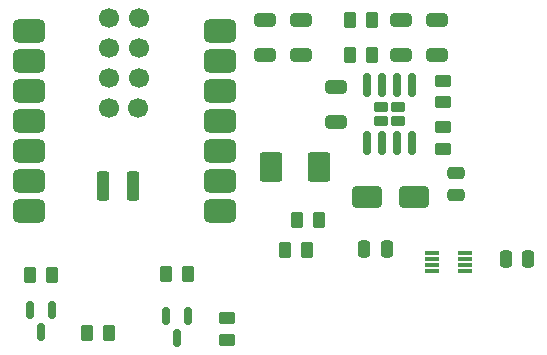
<source format=gtp>
%TF.GenerationSoftware,KiCad,Pcbnew,9.0.5*%
%TF.CreationDate,2025-11-20T08:48:28+01:00*%
%TF.ProjectId,acw02_zb-v1.1,61637730-325f-47a6-922d-76312e312e6b,rev?*%
%TF.SameCoordinates,Original*%
%TF.FileFunction,Paste,Top*%
%TF.FilePolarity,Positive*%
%FSLAX46Y46*%
G04 Gerber Fmt 4.6, Leading zero omitted, Abs format (unit mm)*
G04 Created by KiCad (PCBNEW 9.0.5) date 2025-11-20 08:48:28*
%MOMM*%
%LPD*%
G01*
G04 APERTURE LIST*
G04 Aperture macros list*
%AMRoundRect*
0 Rectangle with rounded corners*
0 $1 Rounding radius*
0 $2 $3 $4 $5 $6 $7 $8 $9 X,Y pos of 4 corners*
0 Add a 4 corners polygon primitive as box body*
4,1,4,$2,$3,$4,$5,$6,$7,$8,$9,$2,$3,0*
0 Add four circle primitives for the rounded corners*
1,1,$1+$1,$2,$3*
1,1,$1+$1,$4,$5*
1,1,$1+$1,$6,$7*
1,1,$1+$1,$8,$9*
0 Add four rect primitives between the rounded corners*
20,1,$1+$1,$2,$3,$4,$5,0*
20,1,$1+$1,$4,$5,$6,$7,0*
20,1,$1+$1,$6,$7,$8,$9,0*
20,1,$1+$1,$8,$9,$2,$3,0*%
G04 Aperture macros list end*
%ADD10RoundRect,0.250000X-1.000000X-0.650000X1.000000X-0.650000X1.000000X0.650000X-1.000000X0.650000X0*%
%ADD11RoundRect,0.500000X-0.875000X-0.500000X0.875000X-0.500000X0.875000X0.500000X-0.875000X0.500000X0*%
%ADD12RoundRect,0.275000X-0.275000X0.975000X-0.275000X-0.975000X0.275000X-0.975000X0.275000X0.975000X0*%
%ADD13C,1.700000*%
%ADD14RoundRect,0.250000X0.262500X0.450000X-0.262500X0.450000X-0.262500X-0.450000X0.262500X-0.450000X0*%
%ADD15RoundRect,0.250000X0.475000X-0.250000X0.475000X0.250000X-0.475000X0.250000X-0.475000X-0.250000X0*%
%ADD16RoundRect,0.250000X0.250000X0.475000X-0.250000X0.475000X-0.250000X-0.475000X0.250000X-0.475000X0*%
%ADD17RoundRect,0.250000X-0.650000X0.325000X-0.650000X-0.325000X0.650000X-0.325000X0.650000X0.325000X0*%
%ADD18RoundRect,0.250000X0.700000X1.000000X-0.700000X1.000000X-0.700000X-1.000000X0.700000X-1.000000X0*%
%ADD19RoundRect,0.150000X-0.150000X0.587500X-0.150000X-0.587500X0.150000X-0.587500X0.150000X0.587500X0*%
%ADD20RoundRect,0.250000X0.650000X-0.325000X0.650000X0.325000X-0.650000X0.325000X-0.650000X-0.325000X0*%
%ADD21RoundRect,0.230000X0.375000X-0.230000X0.375000X0.230000X-0.375000X0.230000X-0.375000X-0.230000X0*%
%ADD22RoundRect,0.150000X0.150000X-0.825000X0.150000X0.825000X-0.150000X0.825000X-0.150000X-0.825000X0*%
%ADD23RoundRect,0.250000X-0.450000X0.262500X-0.450000X-0.262500X0.450000X-0.262500X0.450000X0.262500X0*%
%ADD24RoundRect,0.250000X0.450000X-0.262500X0.450000X0.262500X-0.450000X0.262500X-0.450000X-0.262500X0*%
%ADD25RoundRect,0.250000X-0.262500X-0.450000X0.262500X-0.450000X0.262500X0.450000X-0.262500X0.450000X0*%
%ADD26RoundRect,0.087500X-0.537500X-0.087500X0.537500X-0.087500X0.537500X0.087500X-0.537500X0.087500X0*%
G04 APERTURE END LIST*
D10*
%TO.C,D1*%
X122600000Y-84000000D03*
X126600000Y-84000000D03*
%TD*%
D11*
%TO.C,U1*%
X94000000Y-69920000D03*
X94000000Y-72460000D03*
X94000000Y-75000000D03*
X94000000Y-77540000D03*
X94000000Y-80080000D03*
X94000000Y-82620000D03*
X94000000Y-85160000D03*
X110165000Y-85160000D03*
X110165000Y-82620000D03*
X110165000Y-80080000D03*
X110165000Y-77540000D03*
X110165000Y-75000000D03*
X110165000Y-72460000D03*
X110165000Y-69920000D03*
D12*
X100273600Y-83071700D03*
X102813600Y-83071700D03*
D13*
X100781600Y-68898500D03*
X103321600Y-68898500D03*
X100781600Y-71438500D03*
X103321600Y-71438500D03*
X100781600Y-73978500D03*
X103321600Y-73978500D03*
X100781600Y-76518500D03*
X103229000Y-76461700D03*
%TD*%
D14*
%TO.C,R10*%
X100712500Y-95500000D03*
X98887500Y-95500000D03*
%TD*%
%TO.C,R1*%
X123000000Y-72000000D03*
X121175000Y-72000000D03*
%TD*%
D15*
%TO.C,C6*%
X130100000Y-83850000D03*
X130100000Y-81950000D03*
%TD*%
D16*
%TO.C,C1*%
X124250000Y-88400000D03*
X122350000Y-88400000D03*
%TD*%
D17*
%TO.C,C5*%
X120000000Y-74725000D03*
X120000000Y-77675000D03*
%TD*%
D18*
%TO.C,L1*%
X118550000Y-81500000D03*
X114450000Y-81500000D03*
%TD*%
D19*
%TO.C,Q1*%
X95950000Y-93562500D03*
X94050000Y-93562500D03*
X95000000Y-95437500D03*
%TD*%
D14*
%TO.C,R5*%
X117500000Y-88500000D03*
X115675000Y-88500000D03*
%TD*%
D20*
%TO.C,C3*%
X125500000Y-71950000D03*
X125500000Y-69000000D03*
%TD*%
D14*
%TO.C,R9*%
X95912500Y-90600000D03*
X94087500Y-90600000D03*
%TD*%
D21*
%TO.C,U3*%
X123750000Y-77570000D03*
X125250000Y-77570000D03*
X123750000Y-76430000D03*
X125250000Y-76430000D03*
D22*
X122595000Y-79475000D03*
X123865000Y-79475000D03*
X125135000Y-79475000D03*
X126405000Y-79475000D03*
X126405000Y-74525000D03*
X125135000Y-74525000D03*
X123865000Y-74525000D03*
X122595000Y-74525000D03*
%TD*%
D20*
%TO.C,C2*%
X128500000Y-71950000D03*
X128500000Y-69000000D03*
%TD*%
D16*
%TO.C,C4*%
X136250000Y-89300000D03*
X134350000Y-89300000D03*
%TD*%
D23*
%TO.C,R4*%
X129000000Y-74175000D03*
X129000000Y-76000000D03*
%TD*%
D24*
%TO.C,R8*%
X110700000Y-96112500D03*
X110700000Y-94287500D03*
%TD*%
D17*
%TO.C,C7*%
X117000000Y-69000000D03*
X117000000Y-71950000D03*
%TD*%
D25*
%TO.C,R2*%
X121175000Y-69000000D03*
X123000000Y-69000000D03*
%TD*%
D17*
%TO.C,C8*%
X114000000Y-69000000D03*
X114000000Y-71950000D03*
%TD*%
D26*
%TO.C,U2*%
X128100000Y-88750000D03*
X128100000Y-89250000D03*
X128100000Y-89750000D03*
X128100000Y-90250000D03*
X130900000Y-90250000D03*
X130900000Y-89750000D03*
X130900000Y-89250000D03*
X130900000Y-88750000D03*
%TD*%
D24*
%TO.C,R6*%
X129000000Y-79922500D03*
X129000000Y-78097500D03*
%TD*%
D14*
%TO.C,R7*%
X107412500Y-90500000D03*
X105587500Y-90500000D03*
%TD*%
%TO.C,R3*%
X118500000Y-86000000D03*
X116675000Y-86000000D03*
%TD*%
D19*
%TO.C,Q2*%
X107450000Y-94062500D03*
X105550000Y-94062500D03*
X106500000Y-95937500D03*
%TD*%
M02*

</source>
